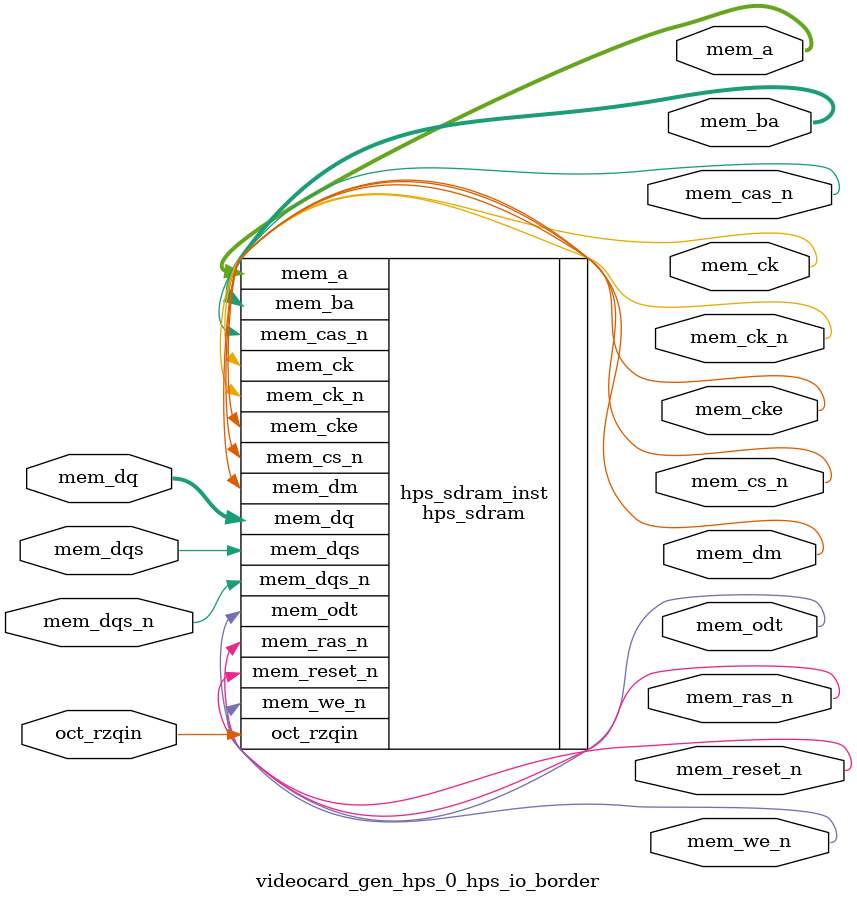
<source format=sv>


module videocard_gen_hps_0_hps_io_border(
// memory
  output wire [13 - 1 : 0 ] mem_a
 ,output wire [3 - 1 : 0 ] mem_ba
 ,output wire [1 - 1 : 0 ] mem_ck
 ,output wire [1 - 1 : 0 ] mem_ck_n
 ,output wire [1 - 1 : 0 ] mem_cke
 ,output wire [1 - 1 : 0 ] mem_cs_n
 ,output wire [1 - 1 : 0 ] mem_ras_n
 ,output wire [1 - 1 : 0 ] mem_cas_n
 ,output wire [1 - 1 : 0 ] mem_we_n
 ,output wire [1 - 1 : 0 ] mem_reset_n
 ,inout wire [8 - 1 : 0 ] mem_dq
 ,inout wire [1 - 1 : 0 ] mem_dqs
 ,inout wire [1 - 1 : 0 ] mem_dqs_n
 ,output wire [1 - 1 : 0 ] mem_odt
 ,output wire [1 - 1 : 0 ] mem_dm
 ,input wire [1 - 1 : 0 ] oct_rzqin
);


hps_sdram hps_sdram_inst(
 .mem_dq({
    mem_dq[7:0] // 7:0
  })
,.mem_odt({
    mem_odt[0:0] // 0:0
  })
,.mem_ras_n({
    mem_ras_n[0:0] // 0:0
  })
,.mem_dqs_n({
    mem_dqs_n[0:0] // 0:0
  })
,.mem_dqs({
    mem_dqs[0:0] // 0:0
  })
,.mem_dm({
    mem_dm[0:0] // 0:0
  })
,.mem_we_n({
    mem_we_n[0:0] // 0:0
  })
,.mem_cas_n({
    mem_cas_n[0:0] // 0:0
  })
,.mem_ba({
    mem_ba[2:0] // 2:0
  })
,.mem_a({
    mem_a[12:0] // 12:0
  })
,.mem_cs_n({
    mem_cs_n[0:0] // 0:0
  })
,.mem_ck({
    mem_ck[0:0] // 0:0
  })
,.mem_cke({
    mem_cke[0:0] // 0:0
  })
,.oct_rzqin({
    oct_rzqin[0:0] // 0:0
  })
,.mem_reset_n({
    mem_reset_n[0:0] // 0:0
  })
,.mem_ck_n({
    mem_ck_n[0:0] // 0:0
  })
);

endmodule


</source>
